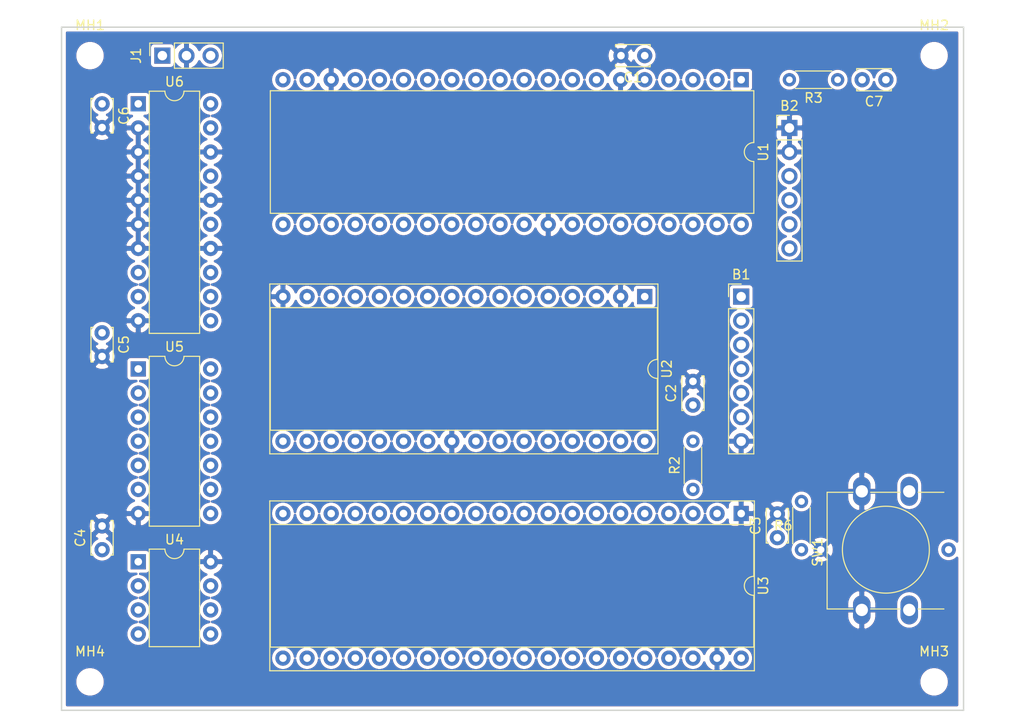
<source format=kicad_pcb>
(kicad_pcb (version 20211014) (generator pcbnew)
  (layers (0 "F.Cu" signal) (31 "B.Cu" signal) (34 "B.Paste" user) (35 "F.Paste" user) (36 "B.SilkS" user "B.Silkscreen") (37 "F.SilkS" user "F.Silkscreen") (38 "B.Mask" user) (39 "F.Mask" user) (44 "Edge.Cuts" user))
  (net 0 "")
  (net 1 "GND")
  (net 2 "/A13")
  (net 3 "VCC")
  (net 4 "/A14")
  (net 5 "/A15")
  (net 6 "/D7")
  (net 7 "/D6")
  (net 8 "/D5")
  (net 9 "/D4")
  (net 10 "/A0")
  (net 11 "/D3")
  (net 12 "/A1")
  (net 13 "/D2")
  (net 14 "/A2")
  (net 15 "/D1")
  (net 16 "/A3")
  (net 17 "/D0")
  (net 18 "/A4")
  (net 19 "/A5")
  (net 20 "/A6")
  (net 21 "/A7")
  (net 22 "/A8")
  (net 23 "/A9")
  (net 24 "/A10")
  (net 25 "/A11")
  (net 26 "/A12")
  (net 27 "/BS")
  (net 28 "/BA")
  (net 29 "/AVMA")
  (net 30 "/LIC")
  (net 31 "/SD_DI")
  (net 32 "/SD_DO")
  (net 33 "/SD_SCK")
  (net 34 "/RD_WR")
  (net 35 "/DBG_RX")
  (net 36 "/DBG_TX")
  (net 37 "/~{USR_SW}")
  (net 38 "Net-(B2-Pad6)")
  (net 39 "Net-(J1-Pad1)")
  (net 40 "Net-(R6-Pad1)")
  (net 41 "Net-(U4-Pad2)")
  (net 42 "Net-(U5-Pad8)")
  (net 43 "/~{SD_CS}")
  (net 44 "/~{ACK}")
  (net 45 "/~{RAM_E}")
  (net 46 "/~{HALT}")
  (net 47 "/~{INT}")
  (net 48 "/~{STEP}")
  (net 49 "/~{RESET}")
  (net 50 "/~{NMI}")
  (net 51 "/~{IRQ}")
  (net 52 "/~{DBG_RESET}")
  (net 53 "Net-(R2-Pad2)")
  (net 54 "/USR_LED")
  (net 55 "/BUSY")
  (net 56 "/E_CLK")
  (net 57 "/Q_CLK")
  (footprint "Capacitor_THT:C_Disc_D3.4mm_W2.1mm_P2.50mm" (layer "F.Cu") (at 159.42 70 180)
    (fp_text reference "C1" (at 1.25 -2.3) (layer "F.SilkS"))
    (fp_text value "0.1u")
    (fp_line (start 3.07 0.925) (end 3.07 1.17) (layer "F.SilkS") (width 0.12))
    (fp_line (start -0.57 -1.17) (end -0.57 -0.925) (layer "F.SilkS") (width 0.12))
    (fp_line (start -0.57 -1.17) (end 3.07 -1.17) (layer "F.SilkS") (width 0.12))
    (fp_line (start -0.57 0.925) (end -0.57 1.17) (layer "F.SilkS") (width 0.12))
    (fp_line (start -0.57 1.17) (end 3.07 1.17) (layer "F.SilkS") (width 0.12))
    (fp_line (start 3.07 -1.17) (end 3.07 -0.925) (layer "F.SilkS") (width 0.12))
    (pad "1" thru_hole circle locked (at 0 0 180) (size 1.6 1.6) (drill 0.8) (layers *.Cu *.Mask) (net 3 "VCC"))
    (pad "2" thru_hole circle locked (at 2.5 0 180) (size 1.6 1.6) (drill 0.8) (layers *.Cu *.Mask) (net 1 "GND"))
  )
  (footprint "MountingHole:MountingHole_2.2mm_M2" (layer "F.Cu") (at 189.9 70)
    (fp_text reference "MH2" (at 0 -3.2) (layer "F.SilkS"))
    (fp_text value "MountingHole_2.2mm_M2")
    (pad "" np_thru_hole circle locked (at 0 0) (size 2.2 2.2) (drill 2.2) (layers *.Cu *.Mask))
  )
  (footprint "MountingHole:MountingHole_2.2mm_M2" (layer "F.Cu") (at 189.9 136)
    (fp_text reference "MH3" (at 0 -3.2) (layer "F.SilkS"))
    (fp_text value "MountingHole_2.2mm_M2")
    (pad "" np_thru_hole circle locked (at 0 0) (size 2.2 2.2) (drill 2.2) (layers *.Cu *.Mask))
  )
  (footprint "MountingHole:MountingHole_2.2mm_M2" (layer "F.Cu") (at 101 136)
    (fp_text reference "MH4" (at 0 -3.2) (layer "F.SilkS"))
    (fp_text value "MountingHole_2.2mm_M2")
    (pad "" np_thru_hole circle locked (at 0 0) (size 2.2 2.2) (drill 2.2) (layers *.Cu *.Mask))
  )
  (footprint "MountingHole:MountingHole_2.2mm_M2" (layer "F.Cu") (at 101 70)
    (fp_text reference "MH1" (at 0 -3.2) (layer "F.SilkS"))
    (fp_text value "MountingHole_2.2mm_M2")
    (pad "" np_thru_hole circle locked (at 0 0) (size 2.2 2.2) (drill 2.2) (layers *.Cu *.Mask))
  )
  (footprint "Package_DIP:DIP-40_W15.24mm" (layer "F.Cu") (at 169.58 72.54 -90)
    (fp_text reference "U1" (at 7.62 -2.33 90) (layer "F.SilkS"))
    (fp_text value "ATmega4809-P")
    (fp_line (start 14.08 -1.33) (end 8.62 -1.33) (layer "F.SilkS") (width 0.12))
    (fp_line (start 14.08 49.59) (end 14.08 -1.33) (layer "F.SilkS") (width 0.12))
    (fp_line (start 6.62 -1.33) (end 1.16 -1.33) (layer "F.SilkS") (width 0.12))
    (fp_line (start 1.16 49.59) (end 14.08 49.59) (layer "F.SilkS") (width 0.12))
    (fp_line (start 1.16 -1.33) (end 1.16 49.59) (layer "F.SilkS") (width 0.12))
    (fp_arc (start 8.62 -1.33) (mid 7.62 -0.33) (end 6.62 -1.33) (layer "F.SilkS") (width 0.12))
    (pad "1" thru_hole rect locked (at 0 0 270) (size 1.6 1.6) (drill 0.8) (layers *.Cu *.Mask) (net 35 "/DBG_RX"))
    (pad "2" thru_hole oval locked (at 0 2.54 270) (size 1.6 1.6) (drill 0.8) (layers *.Cu *.Mask) (net 36 "/DBG_TX"))
    (pad "3" thru_hole oval locked (at 0 5.08 270) (size 1.6 1.6) (drill 0.8) (layers *.Cu *.Mask) (net 44 "/~{ACK}"))
    (pad "4" thru_hole oval locked (at 0 7.62 270) (size 1.6 1.6) (drill 0.8) (layers *.Cu *.Mask) (net 45 "/~{RAM_E}"))
    (pad "5" thru_hole oval locked (at 0 10.16 270) (size 1.6 1.6) (drill 0.8) (layers *.Cu *.Mask) (net 3 "VCC"))
    (pad "6" thru_hole oval locked (at 0 12.7 270) (size 1.6 1.6) (drill 0.8) (layers *.Cu *.Mask) (net 1 "GND"))
    (pad "7" thru_hole oval locked (at 0 15.24 270) (size 1.6 1.6) (drill 0.8) (layers *.Cu *.Mask) (net 10 "/A0"))
    (pad "8" thru_hole oval locked (at 0 17.78 270) (size 1.6 1.6) (drill 0.8) (layers *.Cu *.Mask) (net 12 "/A1"))
    (pad "9" thru_hole oval locked (at 0 20.32 270) (size 1.6 1.6) (drill 0.8) (layers *.Cu *.Mask) (net 49 "/~{RESET}"))
    (pad "10" thru_hole oval locked (at 0 22.86 270) (size 1.6 1.6) (drill 0.8) (layers *.Cu *.Mask) (net 30 "/LIC"))
    (pad "11" thru_hole oval locked (at 0 25.4 270) (size 1.6 1.6) (drill 0.8) (layers *.Cu *.Mask) (net 34 "/RD_WR"))
    (pad "12" thru_hole oval locked (at 0 27.94 270) (size 1.6 1.6) (drill 0.8) (layers *.Cu *.Mask) (net 29 "/AVMA"))
    (pad "13" thru_hole oval locked (at 0 30.48 270) (size 1.6 1.6) (drill 0.8) (layers *.Cu *.Mask) (net 27 "/BS"))
    (pad "14" thru_hole oval locked (at 0 33.02 270) (size 1.6 1.6) (drill 0.8) (layers *.Cu *.Mask) (net 28 "/BA"))
    (pad "15" thru_hole oval locked (at 0 35.56 270) (size 1.6 1.6) (drill 0.8) (layers *.Cu *.Mask) (net 46 "/~{HALT}"))
    (pad "16" thru_hole oval locked (at 0 38.1 270) (size 1.6 1.6) (drill 0.8) (layers *.Cu *.Mask) (net 55 "/BUSY"))
    (pad "17" thru_hole oval locked (at 0 40.64 270) (size 1.6 1.6) (drill 0.8) (layers *.Cu *.Mask) (net 3 "VCC"))
    (pad "18" thru_hole oval locked (at 0 43.18 270) (size 1.6 1.6) (drill 0.8) (layers *.Cu *.Mask) (net 1 "GND"))
    (pad "19" thru_hole oval locked (at 0 45.72 270) (size 1.6 1.6) (drill 0.8) (layers *.Cu *.Mask) (net 31 "/SD_DI"))
    (pad "20" thru_hole oval locked (at 0 48.26 270) (size 1.6 1.6) (drill 0.8) (layers *.Cu *.Mask) (net 32 "/SD_DO"))
    (pad "21" thru_hole oval locked (at 15.24 48.26 270) (size 1.6 1.6) (drill 0.8) (layers *.Cu *.Mask) (net 33 "/SD_SCK"))
    (pad "22" thru_hole oval locked (at 15.24 45.72 270) (size 1.6 1.6) (drill 0.8) (layers *.Cu *.Mask) (net 43 "/~{SD_CS}"))
    (pad "23" thru_hole oval locked (at 15.24 43.18 270) (size 1.6 1.6) (drill 0.8) (layers *.Cu *.Mask) (net 51 "/~{IRQ}"))
    (pad "24" thru_hole oval locked (at 15.24 40.64 270) (size 1.6 1.6) (drill 0.8) (layers *.Cu *.Mask) (net 50 "/~{NMI}"))
    (pad "25" thru_hole oval locked (at 15.24 38.1 270) (size 1.6 1.6) (drill 0.8) (layers *.Cu *.Mask) (net 47 "/~{INT}"))
    (pad "26" thru_hole oval locked (at 15.24 35.56 270) (size 1.6 1.6) (drill 0.8) (layers *.Cu *.Mask) (net 48 "/~{STEP}"))
    (pad "27" thru_hole oval locked (at 15.24 33.02 270) (size 1.6 1.6) (drill 0.8) (layers *.Cu *.Mask) (net 54 "/USR_LED"))
    (pad "28" thru_hole oval locked (at 15.24 30.48 270) (size 1.6 1.6) (drill 0.8) (layers *.Cu *.Mask) (net 37 "/~{USR_SW}"))
    (pad "29" thru_hole oval locked (at 15.24 27.94 270) (size 1.6 1.6) (drill 0.8) (layers *.Cu *.Mask) (net 52 "/~{DBG_RESET}"))
    (pad "30" thru_hole oval locked (at 15.24 25.4 270) (size 1.6 1.6) (drill 0.8) (layers *.Cu *.Mask) (net 39 "Net-(J1-Pad1)"))
    (pad "31" thru_hole oval locked (at 15.24 22.86 270) (size 1.6 1.6) (drill 0.8) (layers *.Cu *.Mask) (net 3 "VCC"))
    (pad "32" thru_hole oval locked (at 15.24 20.32 270) (size 1.6 1.6) (drill 0.8) (layers *.Cu *.Mask) (net 1 "GND"))
    (pad "33" thru_hole oval locked (at 15.24 17.78 270) (size 1.6 1.6) (drill 0.8) (layers *.Cu *.Mask) (net 17 "/D0"))
    (pad "34" thru_hole oval locked (at 15.24 15.24 270) (size 1.6 1.6) (drill 0.8) (layers *.Cu *.Mask) (net 15 "/D1"))
    (pad "35" thru_hole oval locked (at 15.24 12.7 270) (size 1.6 1.6) (drill 0.8) (layers *.Cu *.Mask) (net 13 "/D2"))
    (pad "36" thru_hole oval locked (at 15.24 10.16 270) (size 1.6 1.6) (drill 0.8) (layers *.Cu *.Mask) (net 11 "/D3"))
    (pad "37" thru_hole oval locked (at 15.24 7.62 270) (size 1.6 1.6) (drill 0.8) (layers *.Cu *.Mask) (net 9 "/D4"))
    (pad "38" thru_hole oval locked (at 15.24 5.08 270) (size 1.6 1.6) (drill 0.8) (layers *.Cu *.Mask) (net 8 "/D5"))
    (pad "39" thru_hole oval locked (at 15.24 2.54 270) (size 1.6 1.6) (drill 0.8) (layers *.Cu *.Mask) (net 7 "/D6"))
    (pad "40" thru_hole oval locked (at 15.24 0 270) (size 1.6 1.6) (drill 0.8) (layers *.Cu *.Mask) (net 6 "/D7"))
  )
  (footprint "Package_DIP:DIP-40_W15.24mm_Socket" (layer "F.Cu") (at 169.58 118.26 -90)
    (fp_text reference "U3" (at 7.62 -2.33 90) (layer "F.SilkS"))
    (fp_text value "HD63C09E")
    (fp_line (start -1.33 49.65) (end 16.57 49.65) (layer "F.SilkS") (width 0.12))
    (fp_line (start 14.08 -1.33) (end 8.62 -1.33) (layer "F.SilkS") (width 0.12))
    (fp_line (start 16.57 -1.39) (end -1.33 -1.39) (layer "F.SilkS") (width 0.12))
    (fp_line (start 16.57 49.65) (end 16.57 -1.39) (layer "F.SilkS") (width 0.12))
    (fp_line (start 1.16 49.59) (end 14.08 49.59) (layer "F.SilkS") (width 0.12))
    (fp_line (start 14.08 49.59) (end 14.08 -1.33) (layer "F.SilkS") (width 0.12))
    (fp_line (start 6.62 -1.33) (end 1.16 -1.33) (layer "F.SilkS") (width 0.12))
    (fp_line (start -1.33 -1.39) (end -1.33 49.65) (layer "F.SilkS") (width 0.12))
    (fp_line (start 1.16 -1.33) (end 1.16 49.59) (layer "F.SilkS") (width 0.12))
    (fp_arc (start 8.62 -1.33) (mid 7.62 -0.33) (end 6.62 -1.33) (layer "F.SilkS") (width 0.12))
    (pad "1" thru_hole rect locked (at 0 0 270) (size 1.6 1.6) (drill 0.8) (layers *.Cu *.Mask) (net 1 "GND"))
    (pad "2" thru_hole oval locked (at 0 2.54 270) (size 1.6 1.6) (drill 0.8) (layers *.Cu *.Mask) (net 50 "/~{NMI}"))
    (pad "3" thru_hole oval locked (at 0 5.08 270) (size 1.6 1.6) (drill 0.8) (layers *.Cu *.Mask) (net 51 "/~{IRQ}"))
    (pad "4" thru_hole oval locked (at 0 7.62 270) (size 1.6 1.6) (drill 0.8) (layers *.Cu *.Mask) (net 53 "Net-(R2-Pad2)"))
    (pad "5" thru_hole oval locked (at 0 10.16 270) (size 1.6 1.6) (drill 0.8) (layers *.Cu *.Mask) (net 27 "/BS"))
    (pad "6" thru_hole oval locked (at 0 12.7 270) (size 1.6 1.6) (drill 0.8) (layers *.Cu *.Mask) (net 28 "/BA"))
    (pad "7" thru_hole oval locked (at 0 15.24 270) (size 1.6 1.6) (drill 0.8) (layers *.Cu *.Mask) (net 3 "VCC"))
    (pad "8" thru_hole oval locked (at 0 17.78 270) (size 1.6 1.6) (drill 0.8) (layers *.Cu *.Mask) (net 10 "/A0"))
    (pad "9" thru_hole oval locked (at 0 20.32 270) (size 1.6 1.6) (drill 0.8) (layers *.Cu *.Mask) (net 12 "/A1"))
    (pad "10" thru_hole oval locked (at 0 22.86 270) (size 1.6 1.6) (drill 0.8) (layers *.Cu *.Mask) (net 14 "/A2"))
    (pad "11" thru_hole oval locked (at 0 25.4 270) (size 1.6 1.6) (drill 0.8) (layers *.Cu *.Mask) (net 16 "/A3"))
    (pad "12" thru_hole oval locked (at 0 27.94 270) (size 1.6 1.6) (drill 0.8) (layers *.Cu *.Mask) (net 18 "/A4"))
    (pad "13" thru_hole oval locked (at 0 30.48 270) (size 1.6 1.6) (drill 0.8) (layers *.Cu *.Mask) (net 19 "/A5"))
    (pad "14" thru_hole oval locked (at 0 33.02 270) (size 1.6 1.6) (drill 0.8) (layers *.Cu *.Mask) (net 20 "/A6"))
    (pad "15" thru_hole oval locked (at 0 35.56 270) (size 1.6 1.6) (drill 0.8) (layers *.Cu *.Mask) (net 21 "/A7"))
    (pad "16" thru_hole oval locked (at 0 38.1 270) (size 1.6 1.6) (drill 0.8) (layers *.Cu *.Mask) (net 22 "/A8"))
    (pad "17" thru_hole oval locked (at 0 40.64 270) (size 1.6 1.6) (drill 0.8) (layers *.Cu *.Mask) (net 23 "/A9"))
    (pad "18" thru_hole oval locked (at 0 43.18 270) (size 1.6 1.6) (drill 0.8) (layers *.Cu *.Mask) (net 24 "/A10"))
    (pad "19" thru_hole oval locked (at 0 45.72 270) (size 1.6 1.6) (drill 0.8) (layers *.Cu *.Mask) (net 25 "/A11"))
    (pad "20" thru_hole oval locked (at 0 48.26 270) (size 1.6 1.6) (drill 0.8) (layers *.Cu *.Mask) (net 26 "/A12"))
    (pad "21" thru_hole oval locked (at 15.24 48.26 270) (size 1.6 1.6) (drill 0.8) (layers *.Cu *.Mask) (net 2 "/A13"))
    (pad "22" thru_hole oval locked (at 15.24 45.72 270) (size 1.6 1.6) (drill 0.8) (layers *.Cu *.Mask) (net 4 "/A14"))
    (pad "23" thru_hole oval locked (at 15.24 43.18 270) (size 1.6 1.6) (drill 0.8) (layers *.Cu *.Mask) (net 5 "/A15"))
    (pad "24" thru_hole oval locked (at 15.24 40.64 270) (size 1.6 1.6) (drill 0.8) (layers *.Cu *.Mask) (net 6 "/D7"))
    (pad "25" thru_hole oval locked (at 15.24 38.1 270) (size 1.6 1.6) (drill 0.8) (layers *.Cu *.Mask) (net 7 "/D6"))
    (pad "26" thru_hole oval locked (at 15.24 35.56 270) (size 1.6 1.6) (drill 0.8) (layers *.Cu *.Mask) (net 8 "/D5"))
    (pad "27" thru_hole oval locked (at 15.24 33.02 270) (size 1.6 1.6) (drill 0.8) (layers *.Cu *.Mask) (net 9 "/D4"))
    (pad "28" thru_hole oval locked (at 15.24 30.48 270) (size 1.6 1.6) (drill 0.8) (layers *.Cu *.Mask) (net 11 "/D3"))
    (pad "29" thru_hole oval locked (at 15.24 27.94 270) (size 1.6 1.6) (drill 0.8) (layers *.Cu *.Mask) (net 13 "/D2"))
    (pad "30" thru_hole oval locked (at 15.24 25.4 270) (size 1.6 1.6) (drill 0.8) (layers *.Cu *.Mask) (net 15 "/D1"))
    (pad "31" thru_hole oval locked (at 15.24 22.86 270) (size 1.6 1.6) (drill 0.8) (layers *.Cu *.Mask) (net 17 "/D0"))
    (pad "32" thru_hole oval locked (at 15.24 20.32 270) (size 1.6 1.6) (drill 0.8) (layers *.Cu *.Mask) (net 34 "/RD_WR"))
    (pad "33" thru_hole oval locked (at 15.24 17.78 270) (size 1.6 1.6) (drill 0.8) (layers *.Cu *.Mask) (net 55 "/BUSY"))
    (pad "34" thru_hole oval locked (at 15.24 15.24 270) (size 1.6 1.6) (drill 0.8) (layers *.Cu *.Mask) (net 56 "/E_CLK"))
    (pad "35" thru_hole oval locked (at 15.24 12.7 270) (size 1.6 1.6) (drill 0.8) (layers *.Cu *.Mask) (net 57 "/Q_CLK"))
    (pad "36" thru_hole oval locked (at 15.24 10.16 270) (size 1.6 1.6) (drill 0.8) (layers *.Cu *.Mask) (net 29 "/AVMA"))
    (pad "37" thru_hole oval locked (at 15.24 7.62 270) (size 1.6 1.6) (drill 0.8) (layers *.Cu *.Mask) (net 49 "/~{RESET}"))
    (pad "38" thru_hole oval locked (at 15.24 5.08 270) (size 1.6 1.6) (drill 0.8) (layers *.Cu *.Mask) (net 30 "/LIC"))
    (pad "39" thru_hole oval locked (at 15.24 2.54 270) (size 1.6 1.6) (drill 0.8) (layers *.Cu *.Mask) (net 1 "GND"))
    (pad "40" thru_hole oval locked (at 15.24 0 270) (size 1.6 1.6) (drill 0.8) (layers *.Cu *.Mask) (net 46 "/~{HALT}"))
  )
  (footprint "Capacitor_THT:C_Disc_D3.4mm_W2.1mm_P2.50mm" (layer "F.Cu") (at 184.82 72.54 180)
    (fp_text reference "C7" (at 1.25 -2.3) (layer "F.SilkS"))
    (fp_text value "0.1u")
    (fp_line (start -0.57 1.17) (end 3.07 1.17) (layer "F.SilkS") (width 0.12))
    (fp_line (start -0.57 0.925) (end -0.57 1.17) (layer "F.SilkS") (width 0.12))
    (fp_line (start 3.07 0.925) (end 3.07 1.17) (layer "F.SilkS") (width 0.12))
    (fp_line (start 3.07 -1.17) (end 3.07 -0.925) (layer "F.SilkS") (width 0.12))
    (fp_line (start -0.57 -1.17) (end 3.07 -1.17) (layer "F.SilkS") (width 0.12))
    (fp_line (start -0.57 -1.17) (end -0.57 -0.925) (layer "F.SilkS") (width 0.12))
    (pad "1" thru_hole circle locked (at 0 0 180) (size 1.6 1.6) (drill 0.8) (layers *.Cu *.Mask) (net 38 "Net-(B2-Pad6)"))
    (pad "2" thru_hole circle locked (at 2.5 0 180) (size 1.6 1.6) (drill 0.8) (layers *.Cu *.Mask) (net 52 "/~{DBG_RESET}"))
  )
  (footprint "Resistor_THT:R_Axial_DIN0204_L3.6mm_D1.6mm_P5.08mm_Horizontal" (layer "F.Cu") (at 179.74 72.54 180)
    (fp_text reference "R3" (at 2.54 -1.92) (layer "F.SilkS"))
    (fp_text value "10k")
    (fp_line (start 0.62 -0.92) (end 4.46 -0.92) (layer "F.SilkS") (width 0.12))
    (fp_line (start 0.62 0.92) (end 4.46 0.92) (layer "F.SilkS") (width 0.12))
    (pad "1" thru_hole circle locked (at 0 0 180) (size 1.4 1.4) (drill 0.7) (layers *.Cu *.Mask) (net 52 "/~{DBG_RESET}"))
    (pad "2" thru_hole oval locked (at 5.08 0 180) (size 1.4 1.4) (drill 0.7) (layers *.Cu *.Mask) (net 3 "VCC"))
  )
  (footprint "Capacitor_THT:C_Disc_D3.4mm_W2.1mm_P2.50mm" (layer "F.Cu") (at 102.27 122.07 90)
    (fp_text reference "C4" (at 1.25 -2.3 90) (layer "F.SilkS"))
    (fp_text value "0.1u")
    (fp_line (start 3.07 -1.17) (end 3.07 -0.925) (layer "F.SilkS") (width 0.12))
    (fp_line (start -0.57 1.17) (end 3.07 1.17) (layer "F.SilkS") (width 0.12))
    (fp_line (start 3.07 0.925) (end 3.07 1.17) (layer "F.SilkS") (width 0.12))
    (fp_line (start -0.57 -1.17) (end -0.57 -0.925) (layer "F.SilkS") (width 0.12))
    (fp_line (start -0.57 0.925) (end -0.57 1.17) (layer "F.SilkS") (width 0.12))
    (fp_line (start -0.57 -1.17) (end 3.07 -1.17) (layer "F.SilkS") (width 0.12))
    (pad "1" thru_hole circle locked (at 0 0 90) (size 1.6 1.6) (drill 0.8) (layers *.Cu *.Mask) (net 3 "VCC"))
    (pad "2" thru_hole circle locked (at 2.5 0 90) (size 1.6 1.6) (drill 0.8) (layers *.Cu *.Mask) (net 1 "GND"))
  )
  (footprint "Package_DIP:DIP-32_W15.24mm_Socket" (layer "F.Cu") (at 159.42 95.4 -90)
    (fp_text reference "U2" (at 7.62 -2.33 90) (layer "F.SilkS"))
    (fp_text value "HM628128DLP-5")
    (fp_line (start -1.33 39.49) (end 16.57 39.49) (layer "F.SilkS") (width 0.12))
    (fp_line (start 1.16 39.43) (end 14.08 39.43) (layer "F.SilkS") (width 0.12))
    (fp_line (start 6.62 -1.33) (end 1.16 -1.33) (layer "F.SilkS") (width 0.12))
    (fp_line (start 14.08 -1.33) (end 8.62 -1.33) (layer "F.SilkS") (width 0.12))
    (fp_line (start 16.57 39.49) (end 16.57 -1.39) (layer "F.SilkS") (width 0.12))
    (fp_line (start 1.16 -1.33) (end 1.16 39.43) (layer "F.SilkS") (width 0.12))
    (fp_line (start -1.33 -1.39) (end -1.33 39.49) (layer "F.SilkS") (width 0.12))
    (fp_line (start 16.57 -1.39) (end -1.33 -1.39) (layer "F.SilkS") (width 0.12))
    (fp_line (start 14.08 39.43) (end 14.08 -1.33) (layer "F.SilkS") (width 0.12))
    (fp_arc (start 8.62 -1.33) (mid 7.62 -0.33) (end 6.62 -1.33) (layer "F.SilkS") (width 0.12))
    (pad "1" thru_hole rect locked (at 0 0 270) (size 1.6 1.6) (drill 0.8) (layers *.Cu *.Mask))
    (pad "2" thru_hole oval locked (at 0 2.54 270) (size 1.6 1.6) (drill 0.8) (layers *.Cu *.Mask) (net 1 "GND"))
    (pad "3" thru_hole oval locked (at 0 5.08 270) (size 1.6 1.6) (drill 0.8) (layers *.Cu *.Mask) (net 16 "/A3"))
    (pad "4" thru_hole oval locked (at 0 7.62 270) (size 1.6 1.6) (drill 0.8) (layers *.Cu *.Mask) (net 18 "/A4"))
    (pad "5" thru_hole oval locked (at 0 10.16 270) (size 1.6 1.6) (drill 0.8) (layers *.Cu *.Mask) (net 19 "/A5"))
    (pad "6" thru_hole oval locked (at 0 12.7 270) (size 1.6 1.6) (drill 0.8) (layers *.Cu *.Mask) (net 20 "/A6"))
    (pad "7" thru_hole oval locked (at 0 15.24 270) (size 1.6 1.6) (drill 0.8) (layers *.Cu *.Mask) (net 21 "/A7"))
    (pad "8" thru_hole oval locked (at 0 17.78 270) (size 1.6 1.6) (drill 0.8) (layers *.Cu *.Mask) (net 22 "/A8"))
    (pad "9" thru_hole oval locked (at 0 20.32 270) (size 1.6 1.6) (drill 0.8) (layers *.Cu *.Mask) (net 23 "/A9"))
    (pad "10" thru_hole oval locked (at 0 22.86 270) (size 1.6 1.6) (drill 0.8) (layers *.Cu *.Mask) (net 24 "/A10"))
    (pad "11" thru_hole oval locked (at 0 25.4 270) (size 1.6 1.6) (drill 0.8) (layers *.Cu *.Mask) (net 25 "/A11"))
    (pad "12" thru_hole oval locked (at 0 27.94 270) (size 1.6 1.6) (drill 0.8) (layers *.Cu *.Mask) (net 26 "/A12"))
    (pad "13" thru_hole oval locked (at 0 30.48 270) (size 1.6 1.6) (drill 0.8) (layers *.Cu *.Mask) (net 8 "/D5"))
    (pad "14" thru_hole oval locked (at 0 33.02 270) (size 1.6 1.6) (drill 0.8) (layers *.Cu *.Mask) (net 7 "/D6"))
    (pad "15" thru_hole oval locked (at 0 35.56 270) (size 1.6 1.6) (drill 0.8) (layers *.Cu *.Mask) (net 6 "/D7"))
    (pad "16" thru_hole oval locked (at 0 38.1 270) (size 1.6 1.6) (drill 0.8) (layers *.Cu *.Mask) (net 1 "GND"))
    (pad "17" thru_hole oval locked (at 15.24 38.1 270) (size 1.6 1.6) (drill 0.8) (layers *.Cu *.Mask) (net 9 "/D4"))
    (pad "18" thru_hole oval locked (at 15.24 35.56 270) (size 1.6 1.6) (drill 0.8) (layers *.Cu *.Mask) (net 11 "/D3"))
    (pad "19" thru_hole oval locked (at 15.24 33.02 270) (size 1.6 1.6) (drill 0.8) (layers *.Cu *.Mask) (net 13 "/D2"))
    (pad "20" thru_hole oval locked (at 15.24 30.48 270) (size 1.6 1.6) (drill 0.8) (layers *.Cu *.Mask) (net 15 "/D1"))
    (pad "21" thru_hole oval locked (at 15.24 27.94 270) (size 1.6 1.6) (drill 0.8) (layers *.Cu *.Mask) (net 17 "/D0"))
    (pad "22" thru_hole oval locked (at 15.24 25.4 270) (size 1.6 1.6) (drill 0.8) (layers *.Cu *.Mask) (net 45 "/~{RAM_E}"))
    (pad "23" thru_hole oval locked (at 15.24 22.86 270) (size 1.6 1.6) (drill 0.8) (layers *.Cu *.Mask) (net 14 "/A2"))
    (pad "24" thru_hole oval locked (at 15.24 20.32 270) (size 1.6 1.6) (drill 0.8) (layers *.Cu *.Mask) (net 1 "GND"))
    (pad "25" thru_hole oval locked (at 15.24 17.78 270) (size 1.6 1.6) (drill 0.8) (layers *.Cu *.Mask) (net 12 "/A1"))
    (pad "26" thru_hole oval locked (at 15.24 15.24 270) (size 1.6 1.6) (drill 0.8) (layers *.Cu *.Mask) (net 10 "/A0"))
    (pad "27" thru_hole oval locked (at 15.24 12.7 270) (size 1.6 1.6) (drill 0.8) (layers *.Cu *.Mask) (net 2 "/A13"))
    (pad "28" thru_hole oval locked (at 15.24 10.16 270) (size 1.6 1.6) (drill 0.8) (layers *.Cu *.Mask) (net 4 "/A14"))
    (pad "29" thru_hole oval locked (at 15.24 7.62 270) (size 1.6 1.6) (drill 0.8) (layers *.Cu *.Mask) (net 34 "/RD_WR"))
    (pad "30" thru_hole oval locked (at 15.24 5.08 270) (size 1.6 1.6) (drill 0.8) (layers *.Cu *.Mask) (net 56 "/E_CLK"))
    (pad "31" thru_hole oval locked (at 15.24 2.54 270) (size 1.6 1.6) (drill 0.8) (layers *.Cu *.Mask) (net 5 "/A15"))
    (pad "32" thru_hole oval locked (at 15.24 0 270) (size 1.6 1.6) (drill 0.8) (layers *.Cu *.Mask) (net 3 "VCC"))
  )
  (footprint "0-LocalLibrary:uSD_CARD" (layer "F.Cu") (at 169.58 95.4)
    (fp_text reference "B1" (at 0 -2.33) (layer "F.SilkS"))
    (fp_text value "Micro_SD")
    (fp_line (start -1.33 -1.33) (end 0 -1.33) (layer "F.SilkS") (width 0.12))
    (fp_line (start -1.33 1.27) (end 1.33 1.27) (layer "F.SilkS") (width 0.12))
    (fp_line (start -1.33 1.27) (end -1.33 16.57) (layer "F.SilkS") (width 0.12))
    (fp_line (start 1.33 1.27) (end 1.33 16.57) (layer "F.SilkS") (width 0.12))
    (fp_line (start -1.33 16.57) (end 1.33 16.57) (layer "F.SilkS") (width 0.12))
    (fp_line (start -1.33 0) (end -1.33 -1.33) (layer "F.SilkS") (width 0.12))
    (pad "1" thru_hole rect locked (at 0 0) (size 1.7 1.7) (drill 1) (layers *.Cu *.Mask) (net 3 "VCC"))
    (pad "2" thru_hole oval locked (at 0 2.54) (size 1.7 1.7) (drill 1) (layers *.Cu *.Mask) (net 43 "/~{SD_CS}"))
    (pad "3" thru_hole oval locked (at 0 5.08) (size 1.7 1.7) (drill 1) (layers *.Cu *.Mask) (net 31 "/SD_DI"))
    (pad "4" thru_hole oval locked (at 0 7.62) (size 1.7 1.7) (drill 1) (layers *.Cu *.Mask) (net 33 "/SD_SCK"))
    (pad "5" thru_hole oval locked (at 0 10.16) (size 1.7 1.7) (drill 1) (layers *.Cu *.Mask) (net 32 "/SD_DO"))
    (pad "6" thru_hole oval locked (at 0 12.7) (size 1.7 1.7) (drill 1) (layers *.Cu *.Mask))
    (pad "7" thru_hole oval locked (at 0 15.24) (size 1.7 1.7) (drill 1) (layers *.Cu *.Mask) (net 1 "GND"))
  )
  (footprint "Capacitor_THT:C_Disc_D3.4mm_W2.1mm_P2.50mm" (layer "F.Cu") (at 102.27 99.21 -90)
    (fp_text reference "C5" (at 1.25 -2.3 90) (layer "F.SilkS"))
    (fp_text value "0.1u")
    (fp_line (start 3.07 -1.17) (end 3.07 -0.925) (layer "F.SilkS") (width 0.12))
    (fp_line (start -0.57 -1.17) (end 3.07 -1.17) (layer "F.SilkS") (width 0.12))
    (fp_line (start -0.57 -1.17) (end -0.57 -0.925) (layer "F.SilkS") (width 0.12))
    (fp_line (start -0.57 1.17) (end 3.07 1.17) (layer "F.SilkS") (width 0.12))
    (fp_line (start -0.57 0.925) (end -0.57 1.17) (layer "F.SilkS") (width 0.12))
    (fp_line (start 3.07 0.925) (end 3.07 1.17) (layer "F.SilkS") (width 0.12))
    (pad "1" thru_hole circle locked (at 0 0 270) (size 1.6 1.6) (drill 0.8) (layers *.Cu *.Mask) (net 3 "VCC"))
    (pad "2" thru_hole circle locked (at 2.5 0 270) (size 1.6 1.6) (drill 0.8) (layers *.Cu *.Mask) (net 1 "GND"))
  )
  (footprint "0-LocalLibrary:GY232V2" (layer "F.Cu") (at 174.66 77.62)
    (fp_text reference "B2" (at 0 -2.33) (layer "F.SilkS"))
    (fp_text value "USB_Serial")
    (fp_line (start -1.33 1.27) (end -1.33 14.03) (layer "F.SilkS") (width 0.12))
    (fp_line (start 1.33 1.27) (end 1.33 14.03) (layer "F.SilkS") (width 0.12))
    (fp_line (start -1.33 14.03) (end 1.33 14.03) (layer "F.SilkS") (width 0.12))
    (fp_line (start -1.33 0) (end -1.33 -1.33) (layer "F.SilkS") (width 0.12))
    (fp_line (start -1.33 -1.33) (end 0 -1.33) (layer "F.SilkS") (width 0.12))
    (fp_line (start -1.33 1.27) (end 1.33 1.27) (layer "F.SilkS") (width 0.12))
    (pad "1" thru_hole rect locked (at 0 0) (size 1.7 1.7) (drill 1) (layers *.Cu *.Mask) (net 1 "GND"))
    (pad "2" thru_hole oval locked (at 0 2.54) (size 1.7 1.7) (drill 1) (layers *.Cu *.Mask) (net 1 "GND"))
    (pad "3" thru_hole oval locked (at 0 5.08) (size 1.7 1.7) (drill 1) (layers *.Cu *.Mask) (net 3 "VCC"))
    (pad "4" thru_hole oval locked (at 0 7.62) (size 1.7 1.7) (drill 1) (layers *.Cu *.Mask) (net 35 "/DBG_RX"))
    (pad "5" thru_hole oval locked (at 0 10.16) (size 1.7 1.7) (drill 1) (layers *.Cu *.Mask) (net 36 "/DBG_TX"))
    (pad "6" thru_hole oval locked (at 0 12.7) (size 1.7 1.7) (drill 1) (layers *.Cu *.Mask) (net 38 "Net-(B2-Pad6)"))
  )
  (footprint "0-LocalLibrary:SW_PUSH-LED-12mm" (layer "F.Cu") (at 182.28 128.42 90)
    (fp_text reference "SW1" (at 6.08 -4.66 90) (layer "F.SilkS"))
    (fp_text value "TSD1265")
    (fp_line (start 12.4 0.93) (end 12.4 4.07) (layer "F.SilkS") (width 0.12))
    (fp_line (start 12.4 5.93) (end 12.4 8.65) (layer "F.SilkS") (width 0.12))
    (fp_line (start 0.1 -3.65) (end 12.4 -3.65) (layer "F.SilkS") (width 0.12))
    (fp_line (start 0.1 4.07) (end 0.1 0.93) (layer "F.SilkS") (width 0.12))
    (fp_line (start 12.4 -3.65) (end 12.4 -0.93) (layer "F.SilkS") (width 0.12))
    (fp_line (start 0.1 -0.93) (end 0.1 -3.65) (layer "F.SilkS") (width 0.12))
    (fp_line (start 0.1 8.65) (end 0.1 5.93) (layer "F.SilkS") (width 0.12))
    (fp_circle (center 6.35 2.54) (end 10.16 5.08) (layer "F.SilkS") (width 0.12) (fill none))
    (pad "1" thru_hole oval locked (at 12.5 0 90) (size 3.048 1.85) (drill 1.3) (layers *.Cu *.Mask) (net 1 "GND"))
    (pad "1" thru_hole oval locked (at 0 0 90) (size 3.048 1.85) (drill 1.3) (layers *.Cu *.Mask) (net 1 "GND"))
    (pad "2" thru_hole oval locked (at 12.5 5 90) (size 3.048 1.85) (drill 1.3) (layers *.Cu *.Mask) (net 37 "/~{USR_SW}"))
    (pad "2" thru_hole oval locked (at 0 5 90) (size 3.048 1.85) (drill 1.3) (layers *.Cu *.Mask) (net 37 "/~{USR_SW}"))
    (pad "3" thru_hole circle locked (at 6.35 -4.318 90) (size 1.524 1.524) (drill 0.762) (layers *.Cu *.Mask) (net 1 "GND"))
    (pad "4" thru_hole circle locked (at 6.35 9.144 90) (size 1.524 1.524) (drill 0.762) (layers *.Cu *.Mask) (net 40 "Net-(R6-Pad1)"))
  )
  (footprint "Resistor_THT:R_Axial_DIN0204_L3.6mm_D1.6mm_P5.08mm_Horizontal" (layer "F.Cu") (at 175.93 122.07 90)
    (fp_text reference "R6" (at 2.54 -1.92 180) (layer "F.SilkS"))
    (fp_text value "560")
    (fp_line (start 0.62 0.92) (end 4.46 0.92) (layer "F.SilkS") (width 0.12))
    (fp_line (start 0.62 -0.92) (end 4.46 -0.92) (layer "F.SilkS") (width 0.12))
    (pad "1" thru_hole circle locked (at 0 0 90) (size 1.4 1.4) (drill 0.7) (layers *.Cu *.Mask) (net 40 "Net-(R6-Pad1)"))
    (pad "2" thru_hole oval locked (at 5.08 0 90) (size 1.4 1.4) (drill 0.7) (layers *.Cu *.Mask) (net 54 "/USR_LED"))
  )
  (footprint "Package_DIP:DIP-8_W7.62mm" (layer "F.Cu") (at 106.08 123.34)
    (fp_text reference "U4" (at 3.81 -2.33) (layer "F.SilkS"))
    (fp_text value "ATtiny412-SS")
    (fp_line (start 6.46 -1.33) (end 4.81 -1.33) (layer "F.SilkS") (width 0.12))
    (fp_line (start 1.16 8.95) (end 6.46 8.95) (layer "F.SilkS") (width 0.12))
    (fp_line (start 2.81 -1.33) (end 1.16 -1.33) (layer "F.SilkS") (width 0.12))
    (fp_line (start 1.16 -1.33) (end 1.16 8.95) (layer "F.SilkS") (width 0.12))
    (fp_line (start 6.46 8.95) (end 6.46 -1.33) (layer "F.SilkS") (width 0.12))
    (fp_arc (start 4.81 -1.33) (mid 3.81 -0.33) (end 2.81 -1.33) (layer "F.SilkS") (width 0.12))
    (pad "1" thru_hole rect locked (at 0 0) (size 1.6 1.6) (drill 0.8) (layers *.Cu *.Mask) (net 3 "VCC"))
    (pad "2" thru_hole oval locked (at 0 2.54) (size 1.6 1.6) (drill 0.8) (layers *.Cu *.Mask) (net 41 "Net-(U4-Pad2)"))
    (pad "3" thru_hole oval locked (at 0 5.08) (size 1.6 1.6) (drill 0.8) (layers *.Cu *.Mask) (net 56 "/E_CLK"))
    (pad "4" thru_hole oval locked (at 0 7.62) (size 1.6 1.6) (drill 0.8) (layers *.Cu *.Mask) (net 57 "/Q_CLK"))
    (pad "5" thru_hole oval locked (at 7.62 7.62) (size 1.6 1.6) (drill 0.8) (layers *.Cu *.Mask) (net 48 "/~{STEP}"))
    (pad "6" thru_hole oval locked (at 7.62 5.08) (size 1.6 1.6) (drill 0.8) (layers *.Cu *.Mask) (net 44 "/~{ACK}"))
    (pad "7" thru_hole oval locked (at 7.62 2.54) (size 1.6 1.6) (drill 0.8) (layers *.Cu *.Mask) (net 47 "/~{INT}"))
    (pad "8" thru_hole oval locked (at 7.62 0) (size 1.6 1.6) (drill 0.8) (layers *.Cu *.Mask) (net 1 "GND"))
  )
  (footprint "Package_DIP:DIP-14_W7.62mm" (layer "F.Cu") (at 106.08 103.02)
    (fp_text reference "U5" (at 3.81 -2.33) (layer "F.SilkS"))
    (fp_text value "CD74HCT30")
    (fp_line (start 6.46 -1.33) (end 4.81 -1.33) (layer "F.SilkS") (width 0.12))
    (fp_line (start 1.16 -1.33) (end 1.16 16.57) (layer "F.SilkS") (width 0.12))
    (fp_line (start 1.16 16.57) (end 6.46 16.57) (layer "F.SilkS") (width 0.12))
    (fp_line (start 2.81 -1.33) (end 1.16 -1.33) (layer "F.SilkS") (width 0.12))
    (fp_line (start 6.46 16.57) (end 6.46 -1.33) (layer "F.SilkS") (width 0.12))
    (fp_arc (start 4.81 -1.33) (mid 3.81 -0.33) (end 2.81 -1.33) (layer "F.SilkS") (width 0.12))
    (pad "1" thru_hole rect locked (at 0 0) (size 1.6 1.6) (drill 0.8) (layers *.Cu *.Mask) (net 24 "/A10"))
    (pad "2" thru_hole oval locked (at 0 2.54) (size 1.6 1.6) (drill 0.8) (layers *.Cu *.Mask) (net 25 "/A11"))
    (pad "3" thru_hole oval locked (at 0 5.08) (size 1.6 1.6) (drill 0.8) (layers *.Cu *.Mask) (net 26 "/A12"))
    (pad "4" thru_hole oval locked (at 0 7.62) (size 1.6 1.6) (drill 0.8) (layers *.Cu *.Mask) (net 5 "/A15"))
    (pad "5" thru_hole oval locked (at 0 10.16) (size 1.6 1.6) (drill 0.8) (layers *.Cu *.Mask) (net 4 "/A14"))
    (pad "6" thru_hole oval locked (at 0 12.7) (size 1.6 1.6) (drill 0.8) (layers *.Cu *.Mask) (net 2 "/A13"))
    (pad "7" thru_hole oval locked (at 0 15.24) (size 1.6 1.6) (drill 0.8) (layers *.Cu *.Mask) (net 1 "GND"))
    (pad "8" thru_hole oval locked (at 7.62 15.24) (size 1.6 1.6) (drill 0.8) (layers *.Cu *.Mask) (net 42 "Net-(U5-Pad8)"))
    (pad "9" thru_hole oval locked (at 7.62 12.7) (size 1.6 1.6) (drill 0.8) (layers *.Cu *.Mask))
    (pad "10" thru_hole oval locked (at 7.62 10.16) (size 1.6 1.6) (drill 0.8) (layers *.Cu *.Mask))
    (pad "11" thru_hole oval locked (at 7.62 7.62) (size 1.6 1.6) (drill 0.8) (layers *.Cu *.Mask) (net 23 "/A9"))
    (pad "12" thru_hole oval locked (at 7.62 5.08) (size 1.6 1.6) (drill 0.8) (layers *.Cu *.Mask) (net 22 "/A8"))
    (pad "13" thru_hole oval locked (at 7.62 2.54) (size 1.6 1.6) (drill 0.8) (layers *.Cu *.Mask))
    (pad "14" thru_hole oval locked (at 7.62 0) (size 1.6 1.6) (drill 0.8) (layers *.Cu *.Mask) (net 3 "VCC"))
  )
  (footprint "Resistor_THT:R_Axial_DIN0204_L3.6mm_D1.6mm_P5.08mm_Horizontal" (layer "F.Cu") (at 164.5 115.72 90)
    (fp_text reference "R2" (at 2.54 -1.92 90) (layer "F.SilkS"))
    (fp_text value "10k")
    (fp_line (start 0.62 0.92) (end 4.46 0.92) (layer "F.SilkS") (width 0.12))
    (fp_line (start 0.62 -0.92) (end 4.46 -0.92) (layer "F.SilkS") (width 0.12))
    (pad "1" thru_hole circle locked (at 0 0 90) (size 1.4 1.4) (drill 0.7) (layers *.Cu *.Mask) (net 3 "VCC"))
    (pad "2" thru_hole oval locked (at 5.08 0 90) (size 1.4 1.4) (drill 0.7) (layers *.Cu *.Mask) (net 53 "Net-(R2-Pad2)"))
  )
  (footprint "Capacitor_THT:C_Disc_D3.4mm_W2.1mm_P2.50mm" (layer "F.Cu") (at 164.5 106.83 90)
    (fp_text reference "C2" (at 1.25 -2.3 90) (layer "F.SilkS"))
    (fp_text value "0.1u")
    (fp_line (start 3.07 -1.17) (end 3.07 -0.925) (layer "F.SilkS") (width 0.12))
    (fp_line (start -0.57 -1.17) (end 3.07 -1.17) (layer "F.SilkS") (width 0.12))
    (fp_line (start 3.07 0.925) (end 3.07 1.17) (layer "F.SilkS") (width 0.12))
    (fp_line (start -0.57 -1.17) (end -0.57 -0.925) (layer "F.SilkS") (width 0.12))
    (fp_line (start -0.57 1.17) (end 3.07 1.17) (layer "F.SilkS") (width 0.12))
    (fp_line (start -0.57 0.925) (end -0.57 1.17) (layer "F.SilkS") (width 0.12))
    (pad "1" thru_hole circle locked (at 0 0 90) (size 1.6 1.6) (drill 0.8) (layers *.Cu *.Mask) (net 3 "VCC"))
    (pad "2" thru_hole circle locked (at 2.5 0 90) (size 1.6 1.6) (drill 0.8) (layers *.Cu *.Mask) (net 1 "GND"))
  )
  (footprint "Package_DIP:DIP-20_W7.62mm" (layer "F.Cu") (at 106.08 75.08)
    (fp_text reference "U6" (at 3.81 -2.33) (layer "F.SilkS"))
    (fp_text value "CD74HCT688")
    (fp_line (start 2.81 -1.33) (end 1.16 -1.33) (layer "F.SilkS") (width 0.12))
    (fp_line (start 6.46 -1.33) (end 4.81 -1.33) (layer "F.SilkS") (width 0.12))
    (fp_line (start 1.16 24.19) (end 6.46 24.19) (layer "F.SilkS") (width 0.12))
    (fp_line (start 1.16 -1.33) (end 1.16 24.19) (layer "F.SilkS") (width 0.12))
    (fp_line (start 6.46 24.19) (end 6.46 -1.33) (layer "F.SilkS") (width 0.12))
    (fp_arc (start 4.81 -1.33) (mid 3.81 -0.33) (end 2.81 -1.33) (layer "F.SilkS") (width 0.12))
    (pad "1" thru_hole rect locked (at 0 0) (size 1.6 1.6) (drill 0.8) (layers *.Cu *.Mask) (net 42 "Net-(U5-Pad8)"))
    (pad "2" thru_hole oval locked (at 0 2.54) (size 1.6 1.6) (drill 0.8) (layers *.Cu *.Mask) (net 1 "GND"))
    (pad "3" thru_hole oval locked (at 0 5.08) (size 1.6 1.6) (drill 0.8) (layers *.Cu *.Mask) (net 1 "GND"))
    (pad "4" thru_hole oval locked (at 0 7.62) (size 1.6 1.6) (drill 0.8) (layers *.Cu *.Mask) (net 1 "GND"))
    (pad "5" thru_hole oval locked (at 0 10.16) (size 1.6 1.6) (drill 0.8) (layers *.Cu *.Mask) (net 1 "GND"))
    (pad "6" thru_hole oval locked (at 0 12.7) (size 1.6 1.6) (drill 0.8) (layers *.Cu *.Mask) (net 1 "GND"))
    (pad "7" thru_hole oval locked (at 0 15.24) (size 1.6 1.6) (drill 0.8) (layers *.Cu *.Mask) (net 1 "GND"))
    (pad "8" thru_hole oval locked (at 0 17.78) (size 1.6 1.6) (drill 0.8) (layers *.Cu *.Mask) (net 21 "/A7"))
    (pad "9" thru_hole oval locked (at 0 20.32) (size 1.6 1.6) (drill 0.8) (layers *.Cu *.Mask) (net 3 "VCC"))
    (pad "10" thru_hole oval locked (at 0 22.86) (size 1.6 1.6) (drill 0.8) (layers *.Cu *.Mask) (net 1 "GND"))
    (pad "11" thru_hole oval locked (at 7.62 22.86) (size 1.6 1.6) (drill 0.8) (layers *.Cu *.Mask) (net 20 "/A6"))
    (pad "12" thru_hole oval locked (at 7.62 20.32) (size 1.6 1.6) (drill 0.8) (layers *.Cu *.Mask) (net 3 "VCC"))
    (pad "13" thru_hole oval locked (at 7.62 17.78) (size 1.6 1.6) (drill 0.8) (layers *.Cu *.Mask) (net 19 "/A5"))
    (pad "14" thru_hole oval locked (at 7.62 15.24) (size 1.6 1.6) (drill 0.8) (layers *.Cu *.Mask) (net 1 "GND"))
    (pad "15" thru_hole oval locked (at 7.62 12.7) (size 1.6 1.6) (drill 0.8) (layers *.Cu *.Mask) (net 18 "/A4"))
    (pad "16" thru_hole oval locked (at 7.62 10.16) (size 1.6 1.6) (drill 0.8) (layers *.Cu *.Mask) (net 1 "GND"))
    (pad "17" thru_hole oval locked (at 7.62 7.62) (size 1.6 1.6) (drill 0.8) (layers *.Cu *.Mask) (net 16 "/A3"))
    (pad "18" thru_hole oval locked (at 7.62 5.08) (size 1.6 1.6) (drill 0.8) (layers *.Cu *.Mask) (net 1 "GND"))
    (pad "19" thru_hole oval locked (at 7.62 2.54) (size 1.6 1.6) (drill 0.8) (layers *.Cu *.Mask) (net 41 "Net-(U4-Pad2)"))
    (pad "20" thru_hole oval locked (at 7.62 0) (size 1.6 1.6) (drill 0.8) (layers *.Cu *.Mask) (net 3 "VCC"))
  )
  (footprint "Connector_PinSocket_2.54mm:PinSocket_1x03_P2.54mm_Vertical" (layer "F.Cu") (at 108.62 70 90)
    (fp_text reference "J1" (at 0 -2.77 90) (layer "F.SilkS"))
    (fp_text value "Conn_AVR_UPDI")
    (fp_line (start 1.33 -1.33) (end 1.33 0) (layer "F.SilkS") (width 0.12))
    (fp_line (start -1.33 1.27) (end -1.33 6.41) (layer "F.SilkS") (width 0.12))
    (fp_line (start -1.33 6.41) (end 1.33 6.41) (layer "F.SilkS") (width 0.12))
    (fp_line (start -1.33 1.27) (end 1.33 1.27) (layer "F.SilkS") (width 0.12))
    (fp_line (start 1.33 1.27) (end 1.33 6.41) (layer "F.SilkS") (width 0.12))
    (fp_line (start 0 -1.33) (end 1.33 -1.33) (layer "F.SilkS") (width 0.12))
    (pad "1" thru_hole rect locked (at 0 0 90) (size 1.7 1.7) (drill 1) (layers *.Cu *.Mask) (net 39 "Net-(J1-Pad1)"))
    (pad "2" thru_hole oval locked (at 0 2.54 90) (size 1.7 1.7) (drill 1) (layers *.Cu *.Mask) (net 1 "GND"))
    (pad "3" thru_hole oval locked (at 0 5.08 90) (size 1.7 1.7) (drill 1) (layers *.Cu *.Mask) (net 3 "VCC"))
  )
  (footprint "Capacitor_THT:C_Disc_D3.4mm_W2.1mm_P2.50mm" (layer "F.Cu") (at 173.39 120.8 90)
    (fp_text reference "C3" (at 1.25 -2.3 90) (layer "F.SilkS"))
    (fp_text value "0.1u")
    (fp_line (start -0.57 1.17) (end 3.07 1.17) (layer "F.SilkS") (width 0.12))
    (fp_line (start -0.57 0.925) (end -0.57 1.17) (layer "F.SilkS") (width 0.12))
    (fp_line (start -0.57 -1.17) (end 3.07 -1.17) (layer "F.SilkS") (width 0.12))
    (fp_line (start 3.07 -1.17) (end 3.07 -0.925) (layer "F.SilkS") (width 0.12))
    (fp_line (start -0.57 -1.17) (end -0.57 -0.925) (layer "F.SilkS") (width 0.12))
    (fp_line (start 3.07 0.925) (end 3.07 1.17) (layer "F.SilkS") (width 0.12))
    (pad "1" thru_hole circle locked (at 0 0 90) (size 1.6 1.6) (drill 0.8) (layers *.Cu *.Mask) (net 3 "VCC"))
    (pad "2" thru_hole circle locked (at 2.5 0 90) (size 1.6 1.6) (drill 0.8) (layers *.Cu *.Mask) (net 1 "GND"))
  )
  (footprint "Capacitor_THT:C_Disc_D3.4mm_W2.1mm_P2.50mm" (layer "F.Cu") (at 102.27 75.08 -90)
    (fp_text reference "C6" (at 1.25 -2.3 90) (layer "F.SilkS"))
    (fp_text value "0.1u")
    (fp_line (start 3.07 -1.17) (end 3.07 -0.925) (layer "F.SilkS") (width 0.12))
    (fp_line (start -0.57 -1.17) (end 3.07 -1.17) (layer "F.SilkS") (width 0.12))
    (fp_line (start 3.07 0.925) (end 3.07 1.17) (layer "F.SilkS") (width 0.12))
    (fp_line (start -0.57 1.17) (end 3.07 1.17) (layer "F.SilkS") (width 0.12))
    (fp_line (start -0.57 0.925) (end -0.57 1.17) (layer "F.SilkS") (width 0.12))
    (fp_line (start -0.57 -1.17) (end -0.57 -0.925) (layer "F.SilkS") (width 0.12))
    (pad "1" thru_hole circle locked (at 0 0 270) (size 1.6 1.6) (drill 0.8) (layers *.Cu *.Mask) (net 3 "VCC"))
    (pad "2" thru_hole circle locked (at 2.5 0 270) (size 1.6 1.6) (drill 0.8) (layers *.Cu *.Mask) (net 1 "GND"))
  )
  (gr_line (start 98 139) (end 98 67) (layer "Edge.Cuts") (width 0.15))
  (gr_line (start 98 67) (end 193 67) (layer "Edge.Cuts") (width 0.15))
  (gr_line (start 193 139) (end 98 139) (layer "Edge.Cuts") (width 0.15))
  (gr_line (start 193 67) (end 193 139) (layer "Edge.Cuts") (width 0.15))
  (zone (net 1) (net_name "GND") (layer "F.Cu") (connect_pads (clearance 0.35)) (min_thickness 0.254) (fill yes (thermal_gap 0.508) (thermal_bridge_width 0.508))
    (polygon (pts (xy 192.44 138.58) (xy 98.46 138.58) (xy 98.46 67.46) (xy 192.44 67.46)))
  )
  (zone (net 1) (net_name "GND") (layer "B.Cu") (connect_pads (clearance 0.35)) (min_thickness 0.254) (fill yes (thermal_gap 0.508) (thermal_bridge_width 0.508))
    (polygon (pts (xy 192.44 138.58) (xy 98.46 138.58) (xy 98.46 67.46) (xy 192.44 67.46)))
  )
)
</source>
